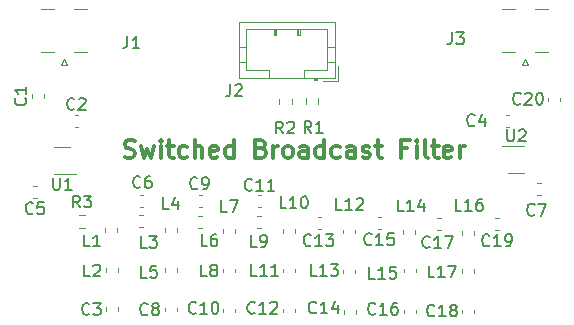
<source format=gbr>
%TF.GenerationSoftware,KiCad,Pcbnew,(6.0.1)*%
%TF.CreationDate,2022-02-11T18:02:55+00:00*%
%TF.ProjectId,Broadcast_Filter,42726f61-6463-4617-9374-5f46696c7465,rev?*%
%TF.SameCoordinates,Original*%
%TF.FileFunction,Legend,Top*%
%TF.FilePolarity,Positive*%
%FSLAX46Y46*%
G04 Gerber Fmt 4.6, Leading zero omitted, Abs format (unit mm)*
G04 Created by KiCad (PCBNEW (6.0.1)) date 2022-02-11 18:02:55*
%MOMM*%
%LPD*%
G01*
G04 APERTURE LIST*
%ADD10C,0.300000*%
%ADD11C,0.150000*%
%ADD12C,0.120000*%
G04 APERTURE END LIST*
D10*
X110621171Y-112748142D02*
X110835457Y-112819571D01*
X111192599Y-112819571D01*
X111335457Y-112748142D01*
X111406885Y-112676714D01*
X111478314Y-112533857D01*
X111478314Y-112391000D01*
X111406885Y-112248142D01*
X111335457Y-112176714D01*
X111192599Y-112105285D01*
X110906885Y-112033857D01*
X110764028Y-111962428D01*
X110692599Y-111891000D01*
X110621171Y-111748142D01*
X110621171Y-111605285D01*
X110692599Y-111462428D01*
X110764028Y-111391000D01*
X110906885Y-111319571D01*
X111264028Y-111319571D01*
X111478314Y-111391000D01*
X111978314Y-111819571D02*
X112264028Y-112819571D01*
X112549742Y-112105285D01*
X112835457Y-112819571D01*
X113121171Y-111819571D01*
X113692599Y-112819571D02*
X113692599Y-111819571D01*
X113692599Y-111319571D02*
X113621171Y-111391000D01*
X113692599Y-111462428D01*
X113764028Y-111391000D01*
X113692599Y-111319571D01*
X113692599Y-111462428D01*
X114192599Y-111819571D02*
X114764028Y-111819571D01*
X114406885Y-111319571D02*
X114406885Y-112605285D01*
X114478314Y-112748142D01*
X114621171Y-112819571D01*
X114764028Y-112819571D01*
X115906885Y-112748142D02*
X115764028Y-112819571D01*
X115478314Y-112819571D01*
X115335457Y-112748142D01*
X115264028Y-112676714D01*
X115192599Y-112533857D01*
X115192599Y-112105285D01*
X115264028Y-111962428D01*
X115335457Y-111891000D01*
X115478314Y-111819571D01*
X115764028Y-111819571D01*
X115906885Y-111891000D01*
X116549742Y-112819571D02*
X116549742Y-111319571D01*
X117192599Y-112819571D02*
X117192599Y-112033857D01*
X117121171Y-111891000D01*
X116978314Y-111819571D01*
X116764028Y-111819571D01*
X116621171Y-111891000D01*
X116549742Y-111962428D01*
X118478314Y-112748142D02*
X118335457Y-112819571D01*
X118049742Y-112819571D01*
X117906885Y-112748142D01*
X117835457Y-112605285D01*
X117835457Y-112033857D01*
X117906885Y-111891000D01*
X118049742Y-111819571D01*
X118335457Y-111819571D01*
X118478314Y-111891000D01*
X118549742Y-112033857D01*
X118549742Y-112176714D01*
X117835457Y-112319571D01*
X119835457Y-112819571D02*
X119835457Y-111319571D01*
X119835457Y-112748142D02*
X119692599Y-112819571D01*
X119406885Y-112819571D01*
X119264028Y-112748142D01*
X119192599Y-112676714D01*
X119121171Y-112533857D01*
X119121171Y-112105285D01*
X119192599Y-111962428D01*
X119264028Y-111891000D01*
X119406885Y-111819571D01*
X119692599Y-111819571D01*
X119835457Y-111891000D01*
X122192599Y-112033857D02*
X122406885Y-112105285D01*
X122478314Y-112176714D01*
X122549742Y-112319571D01*
X122549742Y-112533857D01*
X122478314Y-112676714D01*
X122406885Y-112748142D01*
X122264028Y-112819571D01*
X121692599Y-112819571D01*
X121692599Y-111319571D01*
X122192599Y-111319571D01*
X122335457Y-111391000D01*
X122406885Y-111462428D01*
X122478314Y-111605285D01*
X122478314Y-111748142D01*
X122406885Y-111891000D01*
X122335457Y-111962428D01*
X122192599Y-112033857D01*
X121692599Y-112033857D01*
X123192599Y-112819571D02*
X123192599Y-111819571D01*
X123192599Y-112105285D02*
X123264028Y-111962428D01*
X123335457Y-111891000D01*
X123478314Y-111819571D01*
X123621171Y-111819571D01*
X124335457Y-112819571D02*
X124192600Y-112748142D01*
X124121171Y-112676714D01*
X124049742Y-112533857D01*
X124049742Y-112105285D01*
X124121171Y-111962428D01*
X124192600Y-111891000D01*
X124335457Y-111819571D01*
X124549742Y-111819571D01*
X124692600Y-111891000D01*
X124764028Y-111962428D01*
X124835457Y-112105285D01*
X124835457Y-112533857D01*
X124764028Y-112676714D01*
X124692600Y-112748142D01*
X124549742Y-112819571D01*
X124335457Y-112819571D01*
X126121171Y-112819571D02*
X126121171Y-112033857D01*
X126049742Y-111891000D01*
X125906885Y-111819571D01*
X125621171Y-111819571D01*
X125478314Y-111891000D01*
X126121171Y-112748142D02*
X125978314Y-112819571D01*
X125621171Y-112819571D01*
X125478314Y-112748142D01*
X125406885Y-112605285D01*
X125406885Y-112462428D01*
X125478314Y-112319571D01*
X125621171Y-112248142D01*
X125978314Y-112248142D01*
X126121171Y-112176714D01*
X127478314Y-112819571D02*
X127478314Y-111319571D01*
X127478314Y-112748142D02*
X127335457Y-112819571D01*
X127049742Y-112819571D01*
X126906885Y-112748142D01*
X126835457Y-112676714D01*
X126764028Y-112533857D01*
X126764028Y-112105285D01*
X126835457Y-111962428D01*
X126906885Y-111891000D01*
X127049742Y-111819571D01*
X127335457Y-111819571D01*
X127478314Y-111891000D01*
X128835457Y-112748142D02*
X128692600Y-112819571D01*
X128406885Y-112819571D01*
X128264028Y-112748142D01*
X128192600Y-112676714D01*
X128121171Y-112533857D01*
X128121171Y-112105285D01*
X128192600Y-111962428D01*
X128264028Y-111891000D01*
X128406885Y-111819571D01*
X128692600Y-111819571D01*
X128835457Y-111891000D01*
X130121171Y-112819571D02*
X130121171Y-112033857D01*
X130049742Y-111891000D01*
X129906885Y-111819571D01*
X129621171Y-111819571D01*
X129478314Y-111891000D01*
X130121171Y-112748142D02*
X129978314Y-112819571D01*
X129621171Y-112819571D01*
X129478314Y-112748142D01*
X129406885Y-112605285D01*
X129406885Y-112462428D01*
X129478314Y-112319571D01*
X129621171Y-112248142D01*
X129978314Y-112248142D01*
X130121171Y-112176714D01*
X130764028Y-112748142D02*
X130906885Y-112819571D01*
X131192600Y-112819571D01*
X131335457Y-112748142D01*
X131406885Y-112605285D01*
X131406885Y-112533857D01*
X131335457Y-112391000D01*
X131192600Y-112319571D01*
X130978314Y-112319571D01*
X130835457Y-112248142D01*
X130764028Y-112105285D01*
X130764028Y-112033857D01*
X130835457Y-111891000D01*
X130978314Y-111819571D01*
X131192600Y-111819571D01*
X131335457Y-111891000D01*
X131835457Y-111819571D02*
X132406885Y-111819571D01*
X132049742Y-111319571D02*
X132049742Y-112605285D01*
X132121171Y-112748142D01*
X132264028Y-112819571D01*
X132406885Y-112819571D01*
X134549742Y-112033857D02*
X134049742Y-112033857D01*
X134049742Y-112819571D02*
X134049742Y-111319571D01*
X134764028Y-111319571D01*
X135335457Y-112819571D02*
X135335457Y-111819571D01*
X135335457Y-111319571D02*
X135264028Y-111391000D01*
X135335457Y-111462428D01*
X135406885Y-111391000D01*
X135335457Y-111319571D01*
X135335457Y-111462428D01*
X136264028Y-112819571D02*
X136121171Y-112748142D01*
X136049742Y-112605285D01*
X136049742Y-111319571D01*
X136621171Y-111819571D02*
X137192600Y-111819571D01*
X136835457Y-111319571D02*
X136835457Y-112605285D01*
X136906885Y-112748142D01*
X137049742Y-112819571D01*
X137192600Y-112819571D01*
X138264028Y-112748142D02*
X138121171Y-112819571D01*
X137835457Y-112819571D01*
X137692600Y-112748142D01*
X137621171Y-112605285D01*
X137621171Y-112033857D01*
X137692600Y-111891000D01*
X137835457Y-111819571D01*
X138121171Y-111819571D01*
X138264028Y-111891000D01*
X138335457Y-112033857D01*
X138335457Y-112176714D01*
X137621171Y-112319571D01*
X138978314Y-112819571D02*
X138978314Y-111819571D01*
X138978314Y-112105285D02*
X139049742Y-111962428D01*
X139121171Y-111891000D01*
X139264028Y-111819571D01*
X139406885Y-111819571D01*
D11*
%TO.C,L9*%
X121804133Y-120365780D02*
X121327942Y-120365780D01*
X121327942Y-119365780D01*
X122185085Y-120365780D02*
X122375561Y-120365780D01*
X122470800Y-120318161D01*
X122518419Y-120270542D01*
X122613657Y-120127685D01*
X122661276Y-119937209D01*
X122661276Y-119556257D01*
X122613657Y-119461019D01*
X122566038Y-119413400D01*
X122470800Y-119365780D01*
X122280323Y-119365780D01*
X122185085Y-119413400D01*
X122137466Y-119461019D01*
X122089847Y-119556257D01*
X122089847Y-119794352D01*
X122137466Y-119889590D01*
X122185085Y-119937209D01*
X122280323Y-119984828D01*
X122470800Y-119984828D01*
X122566038Y-119937209D01*
X122613657Y-119889590D01*
X122661276Y-119794352D01*
%TO.C,J2*%
X119554666Y-106614980D02*
X119554666Y-107329266D01*
X119507047Y-107472123D01*
X119411809Y-107567361D01*
X119268952Y-107614980D01*
X119173714Y-107614980D01*
X119983238Y-106710219D02*
X120030857Y-106662600D01*
X120126095Y-106614980D01*
X120364190Y-106614980D01*
X120459428Y-106662600D01*
X120507047Y-106710219D01*
X120554666Y-106805457D01*
X120554666Y-106900695D01*
X120507047Y-107043552D01*
X119935619Y-107614980D01*
X120554666Y-107614980D01*
%TO.C,C8*%
X112558533Y-126061742D02*
X112510914Y-126109361D01*
X112368057Y-126156980D01*
X112272819Y-126156980D01*
X112129961Y-126109361D01*
X112034723Y-126014123D01*
X111987104Y-125918885D01*
X111939485Y-125728409D01*
X111939485Y-125585552D01*
X111987104Y-125395076D01*
X112034723Y-125299838D01*
X112129961Y-125204600D01*
X112272819Y-125156980D01*
X112368057Y-125156980D01*
X112510914Y-125204600D01*
X112558533Y-125252219D01*
X113129961Y-125585552D02*
X113034723Y-125537933D01*
X112987104Y-125490314D01*
X112939485Y-125395076D01*
X112939485Y-125347457D01*
X112987104Y-125252219D01*
X113034723Y-125204600D01*
X113129961Y-125156980D01*
X113320438Y-125156980D01*
X113415676Y-125204600D01*
X113463295Y-125252219D01*
X113510914Y-125347457D01*
X113510914Y-125395076D01*
X113463295Y-125490314D01*
X113415676Y-125537933D01*
X113320438Y-125585552D01*
X113129961Y-125585552D01*
X113034723Y-125633171D01*
X112987104Y-125680790D01*
X112939485Y-125776028D01*
X112939485Y-125966504D01*
X112987104Y-126061742D01*
X113034723Y-126109361D01*
X113129961Y-126156980D01*
X113320438Y-126156980D01*
X113415676Y-126109361D01*
X113463295Y-126061742D01*
X113510914Y-125966504D01*
X113510914Y-125776028D01*
X113463295Y-125680790D01*
X113415676Y-125633171D01*
X113320438Y-125585552D01*
%TO.C,C5*%
X102855733Y-117509542D02*
X102808114Y-117557161D01*
X102665257Y-117604780D01*
X102570019Y-117604780D01*
X102427161Y-117557161D01*
X102331923Y-117461923D01*
X102284304Y-117366685D01*
X102236685Y-117176209D01*
X102236685Y-117033352D01*
X102284304Y-116842876D01*
X102331923Y-116747638D01*
X102427161Y-116652400D01*
X102570019Y-116604780D01*
X102665257Y-116604780D01*
X102808114Y-116652400D01*
X102855733Y-116700019D01*
X103760495Y-116604780D02*
X103284304Y-116604780D01*
X103236685Y-117080971D01*
X103284304Y-117033352D01*
X103379542Y-116985733D01*
X103617638Y-116985733D01*
X103712876Y-117033352D01*
X103760495Y-117080971D01*
X103808114Y-117176209D01*
X103808114Y-117414304D01*
X103760495Y-117509542D01*
X103712876Y-117557161D01*
X103617638Y-117604780D01*
X103379542Y-117604780D01*
X103284304Y-117557161D01*
X103236685Y-117509542D01*
%TO.C,L4*%
X114336533Y-117165380D02*
X113860342Y-117165380D01*
X113860342Y-116165380D01*
X115098438Y-116498714D02*
X115098438Y-117165380D01*
X114860342Y-116117761D02*
X114622247Y-116832047D01*
X115241295Y-116832047D01*
%TO.C,C1*%
X102203542Y-107774066D02*
X102251161Y-107821685D01*
X102298780Y-107964542D01*
X102298780Y-108059780D01*
X102251161Y-108202638D01*
X102155923Y-108297876D01*
X102060685Y-108345495D01*
X101870209Y-108393114D01*
X101727352Y-108393114D01*
X101536876Y-108345495D01*
X101441638Y-108297876D01*
X101346400Y-108202638D01*
X101298780Y-108059780D01*
X101298780Y-107964542D01*
X101346400Y-107821685D01*
X101394019Y-107774066D01*
X102298780Y-106821685D02*
X102298780Y-107393114D01*
X102298780Y-107107400D02*
X101298780Y-107107400D01*
X101441638Y-107202638D01*
X101536876Y-107297876D01*
X101584495Y-107393114D01*
%TO.C,L10*%
X124299742Y-117089180D02*
X123823552Y-117089180D01*
X123823552Y-116089180D01*
X125156885Y-117089180D02*
X124585457Y-117089180D01*
X124871171Y-117089180D02*
X124871171Y-116089180D01*
X124775933Y-116232038D01*
X124680695Y-116327276D01*
X124585457Y-116374895D01*
X125775933Y-116089180D02*
X125871171Y-116089180D01*
X125966409Y-116136800D01*
X126014028Y-116184419D01*
X126061647Y-116279657D01*
X126109266Y-116470133D01*
X126109266Y-116708228D01*
X126061647Y-116898704D01*
X126014028Y-116993942D01*
X125966409Y-117041561D01*
X125871171Y-117089180D01*
X125775933Y-117089180D01*
X125680695Y-117041561D01*
X125633076Y-116993942D01*
X125585457Y-116898704D01*
X125537838Y-116708228D01*
X125537838Y-116470133D01*
X125585457Y-116279657D01*
X125633076Y-116184419D01*
X125680695Y-116136800D01*
X125775933Y-116089180D01*
%TO.C,J3*%
X138324666Y-102222280D02*
X138324666Y-102936566D01*
X138277047Y-103079423D01*
X138181809Y-103174661D01*
X138038952Y-103222280D01*
X137943714Y-103222280D01*
X138705619Y-102222280D02*
X139324666Y-102222280D01*
X138991333Y-102603233D01*
X139134190Y-102603233D01*
X139229428Y-102650852D01*
X139277047Y-102698471D01*
X139324666Y-102793709D01*
X139324666Y-103031804D01*
X139277047Y-103127042D01*
X139229428Y-103174661D01*
X139134190Y-103222280D01*
X138848476Y-103222280D01*
X138753238Y-103174661D01*
X138705619Y-103127042D01*
%TO.C,L15*%
X131818142Y-123058180D02*
X131341952Y-123058180D01*
X131341952Y-122058180D01*
X132675285Y-123058180D02*
X132103857Y-123058180D01*
X132389571Y-123058180D02*
X132389571Y-122058180D01*
X132294333Y-122201038D01*
X132199095Y-122296276D01*
X132103857Y-122343895D01*
X133580047Y-122058180D02*
X133103857Y-122058180D01*
X133056238Y-122534371D01*
X133103857Y-122486752D01*
X133199095Y-122439133D01*
X133437190Y-122439133D01*
X133532428Y-122486752D01*
X133580047Y-122534371D01*
X133627666Y-122629609D01*
X133627666Y-122867704D01*
X133580047Y-122962942D01*
X133532428Y-123010561D01*
X133437190Y-123058180D01*
X133199095Y-123058180D01*
X133103857Y-123010561D01*
X133056238Y-122962942D01*
%TO.C,C10*%
X116654342Y-125934742D02*
X116606723Y-125982361D01*
X116463866Y-126029980D01*
X116368628Y-126029980D01*
X116225771Y-125982361D01*
X116130533Y-125887123D01*
X116082914Y-125791885D01*
X116035295Y-125601409D01*
X116035295Y-125458552D01*
X116082914Y-125268076D01*
X116130533Y-125172838D01*
X116225771Y-125077600D01*
X116368628Y-125029980D01*
X116463866Y-125029980D01*
X116606723Y-125077600D01*
X116654342Y-125125219D01*
X117606723Y-126029980D02*
X117035295Y-126029980D01*
X117321009Y-126029980D02*
X117321009Y-125029980D01*
X117225771Y-125172838D01*
X117130533Y-125268076D01*
X117035295Y-125315695D01*
X118225771Y-125029980D02*
X118321009Y-125029980D01*
X118416247Y-125077600D01*
X118463866Y-125125219D01*
X118511485Y-125220457D01*
X118559104Y-125410933D01*
X118559104Y-125649028D01*
X118511485Y-125839504D01*
X118463866Y-125934742D01*
X118416247Y-125982361D01*
X118321009Y-126029980D01*
X118225771Y-126029980D01*
X118130533Y-125982361D01*
X118082914Y-125934742D01*
X118035295Y-125839504D01*
X117987676Y-125649028D01*
X117987676Y-125410933D01*
X118035295Y-125220457D01*
X118082914Y-125125219D01*
X118130533Y-125077600D01*
X118225771Y-125029980D01*
%TO.C,L1*%
X107681733Y-120340380D02*
X107205542Y-120340380D01*
X107205542Y-119340380D01*
X108538876Y-120340380D02*
X107967447Y-120340380D01*
X108253161Y-120340380D02*
X108253161Y-119340380D01*
X108157923Y-119483238D01*
X108062685Y-119578476D01*
X107967447Y-119626095D01*
%TO.C,L3*%
X112482333Y-120441980D02*
X112006142Y-120441980D01*
X112006142Y-119441980D01*
X112720428Y-119441980D02*
X113339476Y-119441980D01*
X113006142Y-119822933D01*
X113149000Y-119822933D01*
X113244238Y-119870552D01*
X113291857Y-119918171D01*
X113339476Y-120013409D01*
X113339476Y-120251504D01*
X113291857Y-120346742D01*
X113244238Y-120394361D01*
X113149000Y-120441980D01*
X112863285Y-120441980D01*
X112768047Y-120394361D01*
X112720428Y-120346742D01*
%TO.C,C12*%
X121632742Y-125934742D02*
X121585123Y-125982361D01*
X121442266Y-126029980D01*
X121347028Y-126029980D01*
X121204171Y-125982361D01*
X121108933Y-125887123D01*
X121061314Y-125791885D01*
X121013695Y-125601409D01*
X121013695Y-125458552D01*
X121061314Y-125268076D01*
X121108933Y-125172838D01*
X121204171Y-125077600D01*
X121347028Y-125029980D01*
X121442266Y-125029980D01*
X121585123Y-125077600D01*
X121632742Y-125125219D01*
X122585123Y-126029980D02*
X122013695Y-126029980D01*
X122299409Y-126029980D02*
X122299409Y-125029980D01*
X122204171Y-125172838D01*
X122108933Y-125268076D01*
X122013695Y-125315695D01*
X122966076Y-125125219D02*
X123013695Y-125077600D01*
X123108933Y-125029980D01*
X123347028Y-125029980D01*
X123442266Y-125077600D01*
X123489885Y-125125219D01*
X123537504Y-125220457D01*
X123537504Y-125315695D01*
X123489885Y-125458552D01*
X122918457Y-126029980D01*
X123537504Y-126029980D01*
%TO.C,C14*%
X126839742Y-125909342D02*
X126792123Y-125956961D01*
X126649266Y-126004580D01*
X126554028Y-126004580D01*
X126411171Y-125956961D01*
X126315933Y-125861723D01*
X126268314Y-125766485D01*
X126220695Y-125576009D01*
X126220695Y-125433152D01*
X126268314Y-125242676D01*
X126315933Y-125147438D01*
X126411171Y-125052200D01*
X126554028Y-125004580D01*
X126649266Y-125004580D01*
X126792123Y-125052200D01*
X126839742Y-125099819D01*
X127792123Y-126004580D02*
X127220695Y-126004580D01*
X127506409Y-126004580D02*
X127506409Y-125004580D01*
X127411171Y-125147438D01*
X127315933Y-125242676D01*
X127220695Y-125290295D01*
X128649266Y-125337914D02*
X128649266Y-126004580D01*
X128411171Y-124956961D02*
X128173076Y-125671247D01*
X128792123Y-125671247D01*
%TO.C,R1*%
X126426933Y-110713780D02*
X126093600Y-110237590D01*
X125855504Y-110713780D02*
X125855504Y-109713780D01*
X126236457Y-109713780D01*
X126331695Y-109761400D01*
X126379314Y-109809019D01*
X126426933Y-109904257D01*
X126426933Y-110047114D01*
X126379314Y-110142352D01*
X126331695Y-110189971D01*
X126236457Y-110237590D01*
X125855504Y-110237590D01*
X127379314Y-110713780D02*
X126807885Y-110713780D01*
X127093600Y-110713780D02*
X127093600Y-109713780D01*
X126998361Y-109856638D01*
X126903123Y-109951876D01*
X126807885Y-109999495D01*
%TO.C,L17*%
X136847342Y-122956580D02*
X136371152Y-122956580D01*
X136371152Y-121956580D01*
X137704485Y-122956580D02*
X137133057Y-122956580D01*
X137418771Y-122956580D02*
X137418771Y-121956580D01*
X137323533Y-122099438D01*
X137228295Y-122194676D01*
X137133057Y-122242295D01*
X138037819Y-121956580D02*
X138704485Y-121956580D01*
X138275914Y-122956580D01*
%TO.C,R3*%
X106843533Y-117038380D02*
X106510200Y-116562190D01*
X106272104Y-117038380D02*
X106272104Y-116038380D01*
X106653057Y-116038380D01*
X106748295Y-116086000D01*
X106795914Y-116133619D01*
X106843533Y-116228857D01*
X106843533Y-116371714D01*
X106795914Y-116466952D01*
X106748295Y-116514571D01*
X106653057Y-116562190D01*
X106272104Y-116562190D01*
X107176866Y-116038380D02*
X107795914Y-116038380D01*
X107462580Y-116419333D01*
X107605438Y-116419333D01*
X107700676Y-116466952D01*
X107748295Y-116514571D01*
X107795914Y-116609809D01*
X107795914Y-116847904D01*
X107748295Y-116943142D01*
X107700676Y-116990761D01*
X107605438Y-117038380D01*
X107319723Y-117038380D01*
X107224485Y-116990761D01*
X107176866Y-116943142D01*
%TO.C,L11*%
X121810542Y-122829580D02*
X121334352Y-122829580D01*
X121334352Y-121829580D01*
X122667685Y-122829580D02*
X122096257Y-122829580D01*
X122381971Y-122829580D02*
X122381971Y-121829580D01*
X122286733Y-121972438D01*
X122191495Y-122067676D01*
X122096257Y-122115295D01*
X123620066Y-122829580D02*
X123048638Y-122829580D01*
X123334352Y-122829580D02*
X123334352Y-121829580D01*
X123239114Y-121972438D01*
X123143876Y-122067676D01*
X123048638Y-122115295D01*
%TO.C,R2*%
X124013933Y-110764580D02*
X123680600Y-110288390D01*
X123442504Y-110764580D02*
X123442504Y-109764580D01*
X123823457Y-109764580D01*
X123918695Y-109812200D01*
X123966314Y-109859819D01*
X124013933Y-109955057D01*
X124013933Y-110097914D01*
X123966314Y-110193152D01*
X123918695Y-110240771D01*
X123823457Y-110288390D01*
X123442504Y-110288390D01*
X124394885Y-109859819D02*
X124442504Y-109812200D01*
X124537742Y-109764580D01*
X124775838Y-109764580D01*
X124871076Y-109812200D01*
X124918695Y-109859819D01*
X124966314Y-109955057D01*
X124966314Y-110050295D01*
X124918695Y-110193152D01*
X124347266Y-110764580D01*
X124966314Y-110764580D01*
%TO.C,L16*%
X139133342Y-117317780D02*
X138657152Y-117317780D01*
X138657152Y-116317780D01*
X139990485Y-117317780D02*
X139419057Y-117317780D01*
X139704771Y-117317780D02*
X139704771Y-116317780D01*
X139609533Y-116460638D01*
X139514295Y-116555876D01*
X139419057Y-116603495D01*
X140847628Y-116317780D02*
X140657152Y-116317780D01*
X140561914Y-116365400D01*
X140514295Y-116413019D01*
X140419057Y-116555876D01*
X140371438Y-116746352D01*
X140371438Y-117127304D01*
X140419057Y-117222542D01*
X140466676Y-117270161D01*
X140561914Y-117317780D01*
X140752390Y-117317780D01*
X140847628Y-117270161D01*
X140895247Y-117222542D01*
X140942866Y-117127304D01*
X140942866Y-116889209D01*
X140895247Y-116793971D01*
X140847628Y-116746352D01*
X140752390Y-116698733D01*
X140561914Y-116698733D01*
X140466676Y-116746352D01*
X140419057Y-116793971D01*
X140371438Y-116889209D01*
%TO.C,J1*%
X110856266Y-102541380D02*
X110856266Y-103255666D01*
X110808647Y-103398523D01*
X110713409Y-103493761D01*
X110570552Y-103541380D01*
X110475314Y-103541380D01*
X111856266Y-103541380D02*
X111284838Y-103541380D01*
X111570552Y-103541380D02*
X111570552Y-102541380D01*
X111475314Y-102684238D01*
X111380076Y-102779476D01*
X111284838Y-102827095D01*
%TO.C,L5*%
X112482333Y-122981980D02*
X112006142Y-122981980D01*
X112006142Y-121981980D01*
X113291857Y-121981980D02*
X112815666Y-121981980D01*
X112768047Y-122458171D01*
X112815666Y-122410552D01*
X112910904Y-122362933D01*
X113149000Y-122362933D01*
X113244238Y-122410552D01*
X113291857Y-122458171D01*
X113339476Y-122553409D01*
X113339476Y-122791504D01*
X113291857Y-122886742D01*
X113244238Y-122934361D01*
X113149000Y-122981980D01*
X112910904Y-122981980D01*
X112815666Y-122934361D01*
X112768047Y-122886742D01*
%TO.C,C13*%
X126382542Y-120219742D02*
X126334923Y-120267361D01*
X126192066Y-120314980D01*
X126096828Y-120314980D01*
X125953971Y-120267361D01*
X125858733Y-120172123D01*
X125811114Y-120076885D01*
X125763495Y-119886409D01*
X125763495Y-119743552D01*
X125811114Y-119553076D01*
X125858733Y-119457838D01*
X125953971Y-119362600D01*
X126096828Y-119314980D01*
X126192066Y-119314980D01*
X126334923Y-119362600D01*
X126382542Y-119410219D01*
X127334923Y-120314980D02*
X126763495Y-120314980D01*
X127049209Y-120314980D02*
X127049209Y-119314980D01*
X126953971Y-119457838D01*
X126858733Y-119553076D01*
X126763495Y-119600695D01*
X127668257Y-119314980D02*
X128287304Y-119314980D01*
X127953971Y-119695933D01*
X128096828Y-119695933D01*
X128192066Y-119743552D01*
X128239685Y-119791171D01*
X128287304Y-119886409D01*
X128287304Y-120124504D01*
X128239685Y-120219742D01*
X128192066Y-120267361D01*
X128096828Y-120314980D01*
X127811114Y-120314980D01*
X127715876Y-120267361D01*
X127668257Y-120219742D01*
%TO.C,L2*%
X107681733Y-122880380D02*
X107205542Y-122880380D01*
X107205542Y-121880380D01*
X107967447Y-121975619D02*
X108015066Y-121928000D01*
X108110304Y-121880380D01*
X108348400Y-121880380D01*
X108443638Y-121928000D01*
X108491257Y-121975619D01*
X108538876Y-122070857D01*
X108538876Y-122166095D01*
X108491257Y-122308952D01*
X107919828Y-122880380D01*
X108538876Y-122880380D01*
%TO.C,L6*%
X117613133Y-120314980D02*
X117136942Y-120314980D01*
X117136942Y-119314980D01*
X118375038Y-119314980D02*
X118184561Y-119314980D01*
X118089323Y-119362600D01*
X118041704Y-119410219D01*
X117946466Y-119553076D01*
X117898847Y-119743552D01*
X117898847Y-120124504D01*
X117946466Y-120219742D01*
X117994085Y-120267361D01*
X118089323Y-120314980D01*
X118279800Y-120314980D01*
X118375038Y-120267361D01*
X118422657Y-120219742D01*
X118470276Y-120124504D01*
X118470276Y-119886409D01*
X118422657Y-119791171D01*
X118375038Y-119743552D01*
X118279800Y-119695933D01*
X118089323Y-119695933D01*
X117994085Y-119743552D01*
X117946466Y-119791171D01*
X117898847Y-119886409D01*
%TO.C,C3*%
X107630933Y-126036342D02*
X107583314Y-126083961D01*
X107440457Y-126131580D01*
X107345219Y-126131580D01*
X107202361Y-126083961D01*
X107107123Y-125988723D01*
X107059504Y-125893485D01*
X107011885Y-125703009D01*
X107011885Y-125560152D01*
X107059504Y-125369676D01*
X107107123Y-125274438D01*
X107202361Y-125179200D01*
X107345219Y-125131580D01*
X107440457Y-125131580D01*
X107583314Y-125179200D01*
X107630933Y-125226819D01*
X107964266Y-125131580D02*
X108583314Y-125131580D01*
X108249980Y-125512533D01*
X108392838Y-125512533D01*
X108488076Y-125560152D01*
X108535695Y-125607771D01*
X108583314Y-125703009D01*
X108583314Y-125941104D01*
X108535695Y-126036342D01*
X108488076Y-126083961D01*
X108392838Y-126131580D01*
X108107123Y-126131580D01*
X108011885Y-126083961D01*
X107964266Y-126036342D01*
%TO.C,C7*%
X145324533Y-117628942D02*
X145276914Y-117676561D01*
X145134057Y-117724180D01*
X145038819Y-117724180D01*
X144895961Y-117676561D01*
X144800723Y-117581323D01*
X144753104Y-117486085D01*
X144705485Y-117295609D01*
X144705485Y-117152752D01*
X144753104Y-116962276D01*
X144800723Y-116867038D01*
X144895961Y-116771800D01*
X145038819Y-116724180D01*
X145134057Y-116724180D01*
X145276914Y-116771800D01*
X145324533Y-116819419D01*
X145657866Y-116724180D02*
X146324533Y-116724180D01*
X145895961Y-117724180D01*
%TO.C,C6*%
X111948933Y-115292142D02*
X111901314Y-115339761D01*
X111758457Y-115387380D01*
X111663219Y-115387380D01*
X111520361Y-115339761D01*
X111425123Y-115244523D01*
X111377504Y-115149285D01*
X111329885Y-114958809D01*
X111329885Y-114815952D01*
X111377504Y-114625476D01*
X111425123Y-114530238D01*
X111520361Y-114435000D01*
X111663219Y-114387380D01*
X111758457Y-114387380D01*
X111901314Y-114435000D01*
X111948933Y-114482619D01*
X112806076Y-114387380D02*
X112615600Y-114387380D01*
X112520361Y-114435000D01*
X112472742Y-114482619D01*
X112377504Y-114625476D01*
X112329885Y-114815952D01*
X112329885Y-115196904D01*
X112377504Y-115292142D01*
X112425123Y-115339761D01*
X112520361Y-115387380D01*
X112710838Y-115387380D01*
X112806076Y-115339761D01*
X112853695Y-115292142D01*
X112901314Y-115196904D01*
X112901314Y-114958809D01*
X112853695Y-114863571D01*
X112806076Y-114815952D01*
X112710838Y-114768333D01*
X112520361Y-114768333D01*
X112425123Y-114815952D01*
X112377504Y-114863571D01*
X112329885Y-114958809D01*
%TO.C,C16*%
X131843542Y-126010942D02*
X131795923Y-126058561D01*
X131653066Y-126106180D01*
X131557828Y-126106180D01*
X131414971Y-126058561D01*
X131319733Y-125963323D01*
X131272114Y-125868085D01*
X131224495Y-125677609D01*
X131224495Y-125534752D01*
X131272114Y-125344276D01*
X131319733Y-125249038D01*
X131414971Y-125153800D01*
X131557828Y-125106180D01*
X131653066Y-125106180D01*
X131795923Y-125153800D01*
X131843542Y-125201419D01*
X132795923Y-126106180D02*
X132224495Y-126106180D01*
X132510209Y-126106180D02*
X132510209Y-125106180D01*
X132414971Y-125249038D01*
X132319733Y-125344276D01*
X132224495Y-125391895D01*
X133653066Y-125106180D02*
X133462590Y-125106180D01*
X133367352Y-125153800D01*
X133319733Y-125201419D01*
X133224495Y-125344276D01*
X133176876Y-125534752D01*
X133176876Y-125915704D01*
X133224495Y-126010942D01*
X133272114Y-126058561D01*
X133367352Y-126106180D01*
X133557828Y-126106180D01*
X133653066Y-126058561D01*
X133700685Y-126010942D01*
X133748304Y-125915704D01*
X133748304Y-125677609D01*
X133700685Y-125582371D01*
X133653066Y-125534752D01*
X133557828Y-125487133D01*
X133367352Y-125487133D01*
X133272114Y-125534752D01*
X133224495Y-125582371D01*
X133176876Y-125677609D01*
%TO.C,U2*%
X143002095Y-110431580D02*
X143002095Y-111241104D01*
X143049714Y-111336342D01*
X143097333Y-111383961D01*
X143192571Y-111431580D01*
X143383047Y-111431580D01*
X143478285Y-111383961D01*
X143525904Y-111336342D01*
X143573523Y-111241104D01*
X143573523Y-110431580D01*
X144002095Y-110526819D02*
X144049714Y-110479200D01*
X144144952Y-110431580D01*
X144383047Y-110431580D01*
X144478285Y-110479200D01*
X144525904Y-110526819D01*
X144573523Y-110622057D01*
X144573523Y-110717295D01*
X144525904Y-110860152D01*
X143954476Y-111431580D01*
X144573523Y-111431580D01*
%TO.C,C17*%
X136440942Y-120372142D02*
X136393323Y-120419761D01*
X136250466Y-120467380D01*
X136155228Y-120467380D01*
X136012371Y-120419761D01*
X135917133Y-120324523D01*
X135869514Y-120229285D01*
X135821895Y-120038809D01*
X135821895Y-119895952D01*
X135869514Y-119705476D01*
X135917133Y-119610238D01*
X136012371Y-119515000D01*
X136155228Y-119467380D01*
X136250466Y-119467380D01*
X136393323Y-119515000D01*
X136440942Y-119562619D01*
X137393323Y-120467380D02*
X136821895Y-120467380D01*
X137107609Y-120467380D02*
X137107609Y-119467380D01*
X137012371Y-119610238D01*
X136917133Y-119705476D01*
X136821895Y-119753095D01*
X137726657Y-119467380D02*
X138393323Y-119467380D01*
X137964752Y-120467380D01*
%TO.C,L13*%
X126865142Y-122829580D02*
X126388952Y-122829580D01*
X126388952Y-121829580D01*
X127722285Y-122829580D02*
X127150857Y-122829580D01*
X127436571Y-122829580D02*
X127436571Y-121829580D01*
X127341333Y-121972438D01*
X127246095Y-122067676D01*
X127150857Y-122115295D01*
X128055619Y-121829580D02*
X128674666Y-121829580D01*
X128341333Y-122210533D01*
X128484190Y-122210533D01*
X128579428Y-122258152D01*
X128627047Y-122305771D01*
X128674666Y-122401009D01*
X128674666Y-122639104D01*
X128627047Y-122734342D01*
X128579428Y-122781961D01*
X128484190Y-122829580D01*
X128198476Y-122829580D01*
X128103238Y-122781961D01*
X128055619Y-122734342D01*
%TO.C,C20*%
X144137142Y-108230942D02*
X144089523Y-108278561D01*
X143946666Y-108326180D01*
X143851428Y-108326180D01*
X143708571Y-108278561D01*
X143613333Y-108183323D01*
X143565714Y-108088085D01*
X143518095Y-107897609D01*
X143518095Y-107754752D01*
X143565714Y-107564276D01*
X143613333Y-107469038D01*
X143708571Y-107373800D01*
X143851428Y-107326180D01*
X143946666Y-107326180D01*
X144089523Y-107373800D01*
X144137142Y-107421419D01*
X144518095Y-107421419D02*
X144565714Y-107373800D01*
X144660952Y-107326180D01*
X144899047Y-107326180D01*
X144994285Y-107373800D01*
X145041904Y-107421419D01*
X145089523Y-107516657D01*
X145089523Y-107611895D01*
X145041904Y-107754752D01*
X144470476Y-108326180D01*
X145089523Y-108326180D01*
X145708571Y-107326180D02*
X145803809Y-107326180D01*
X145899047Y-107373800D01*
X145946666Y-107421419D01*
X145994285Y-107516657D01*
X146041904Y-107707133D01*
X146041904Y-107945228D01*
X145994285Y-108135704D01*
X145946666Y-108230942D01*
X145899047Y-108278561D01*
X145803809Y-108326180D01*
X145708571Y-108326180D01*
X145613333Y-108278561D01*
X145565714Y-108230942D01*
X145518095Y-108135704D01*
X145470476Y-107945228D01*
X145470476Y-107707133D01*
X145518095Y-107516657D01*
X145565714Y-107421419D01*
X145613333Y-107373800D01*
X145708571Y-107326180D01*
%TO.C,C9*%
X116774933Y-115393742D02*
X116727314Y-115441361D01*
X116584457Y-115488980D01*
X116489219Y-115488980D01*
X116346361Y-115441361D01*
X116251123Y-115346123D01*
X116203504Y-115250885D01*
X116155885Y-115060409D01*
X116155885Y-114917552D01*
X116203504Y-114727076D01*
X116251123Y-114631838D01*
X116346361Y-114536600D01*
X116489219Y-114488980D01*
X116584457Y-114488980D01*
X116727314Y-114536600D01*
X116774933Y-114584219D01*
X117251123Y-115488980D02*
X117441600Y-115488980D01*
X117536838Y-115441361D01*
X117584457Y-115393742D01*
X117679695Y-115250885D01*
X117727314Y-115060409D01*
X117727314Y-114679457D01*
X117679695Y-114584219D01*
X117632076Y-114536600D01*
X117536838Y-114488980D01*
X117346361Y-114488980D01*
X117251123Y-114536600D01*
X117203504Y-114584219D01*
X117155885Y-114679457D01*
X117155885Y-114917552D01*
X117203504Y-115012790D01*
X117251123Y-115060409D01*
X117346361Y-115108028D01*
X117536838Y-115108028D01*
X117632076Y-115060409D01*
X117679695Y-115012790D01*
X117727314Y-114917552D01*
%TO.C,L14*%
X134231142Y-117368580D02*
X133754952Y-117368580D01*
X133754952Y-116368580D01*
X135088285Y-117368580D02*
X134516857Y-117368580D01*
X134802571Y-117368580D02*
X134802571Y-116368580D01*
X134707333Y-116511438D01*
X134612095Y-116606676D01*
X134516857Y-116654295D01*
X135945428Y-116701914D02*
X135945428Y-117368580D01*
X135707333Y-116320961D02*
X135469238Y-117035247D01*
X136088285Y-117035247D01*
%TO.C,C2*%
X106360933Y-108680542D02*
X106313314Y-108728161D01*
X106170457Y-108775780D01*
X106075219Y-108775780D01*
X105932361Y-108728161D01*
X105837123Y-108632923D01*
X105789504Y-108537685D01*
X105741885Y-108347209D01*
X105741885Y-108204352D01*
X105789504Y-108013876D01*
X105837123Y-107918638D01*
X105932361Y-107823400D01*
X106075219Y-107775780D01*
X106170457Y-107775780D01*
X106313314Y-107823400D01*
X106360933Y-107871019D01*
X106741885Y-107871019D02*
X106789504Y-107823400D01*
X106884742Y-107775780D01*
X107122838Y-107775780D01*
X107218076Y-107823400D01*
X107265695Y-107871019D01*
X107313314Y-107966257D01*
X107313314Y-108061495D01*
X107265695Y-108204352D01*
X106694266Y-108775780D01*
X107313314Y-108775780D01*
%TO.C,L12*%
X129024142Y-117241580D02*
X128547952Y-117241580D01*
X128547952Y-116241580D01*
X129881285Y-117241580D02*
X129309857Y-117241580D01*
X129595571Y-117241580D02*
X129595571Y-116241580D01*
X129500333Y-116384438D01*
X129405095Y-116479676D01*
X129309857Y-116527295D01*
X130262238Y-116336819D02*
X130309857Y-116289200D01*
X130405095Y-116241580D01*
X130643190Y-116241580D01*
X130738428Y-116289200D01*
X130786047Y-116336819D01*
X130833666Y-116432057D01*
X130833666Y-116527295D01*
X130786047Y-116670152D01*
X130214619Y-117241580D01*
X130833666Y-117241580D01*
%TO.C,C4*%
X140244533Y-110059742D02*
X140196914Y-110107361D01*
X140054057Y-110154980D01*
X139958819Y-110154980D01*
X139815961Y-110107361D01*
X139720723Y-110012123D01*
X139673104Y-109916885D01*
X139625485Y-109726409D01*
X139625485Y-109583552D01*
X139673104Y-109393076D01*
X139720723Y-109297838D01*
X139815961Y-109202600D01*
X139958819Y-109154980D01*
X140054057Y-109154980D01*
X140196914Y-109202600D01*
X140244533Y-109250219D01*
X141101676Y-109488314D02*
X141101676Y-110154980D01*
X140863580Y-109107361D02*
X140625485Y-109821647D01*
X141244533Y-109821647D01*
%TO.C,U1*%
X104571895Y-114533180D02*
X104571895Y-115342704D01*
X104619514Y-115437942D01*
X104667133Y-115485561D01*
X104762371Y-115533180D01*
X104952847Y-115533180D01*
X105048085Y-115485561D01*
X105095704Y-115437942D01*
X105143323Y-115342704D01*
X105143323Y-114533180D01*
X106143323Y-115533180D02*
X105571895Y-115533180D01*
X105857609Y-115533180D02*
X105857609Y-114533180D01*
X105762371Y-114676038D01*
X105667133Y-114771276D01*
X105571895Y-114818895D01*
%TO.C,C19*%
X141507842Y-120227442D02*
X141460223Y-120275061D01*
X141317366Y-120322680D01*
X141222128Y-120322680D01*
X141079271Y-120275061D01*
X140984033Y-120179823D01*
X140936414Y-120084585D01*
X140888795Y-119894109D01*
X140888795Y-119751252D01*
X140936414Y-119560776D01*
X140984033Y-119465538D01*
X141079271Y-119370300D01*
X141222128Y-119322680D01*
X141317366Y-119322680D01*
X141460223Y-119370300D01*
X141507842Y-119417919D01*
X142460223Y-120322680D02*
X141888795Y-120322680D01*
X142174509Y-120322680D02*
X142174509Y-119322680D01*
X142079271Y-119465538D01*
X141984033Y-119560776D01*
X141888795Y-119608395D01*
X142936414Y-120322680D02*
X143126890Y-120322680D01*
X143222128Y-120275061D01*
X143269747Y-120227442D01*
X143364985Y-120084585D01*
X143412604Y-119894109D01*
X143412604Y-119513157D01*
X143364985Y-119417919D01*
X143317366Y-119370300D01*
X143222128Y-119322680D01*
X143031652Y-119322680D01*
X142936414Y-119370300D01*
X142888795Y-119417919D01*
X142841176Y-119513157D01*
X142841176Y-119751252D01*
X142888795Y-119846490D01*
X142936414Y-119894109D01*
X143031652Y-119941728D01*
X143222128Y-119941728D01*
X143317366Y-119894109D01*
X143364985Y-119846490D01*
X143412604Y-119751252D01*
%TO.C,L8*%
X117587733Y-122880380D02*
X117111542Y-122880380D01*
X117111542Y-121880380D01*
X118063923Y-122308952D02*
X117968685Y-122261333D01*
X117921066Y-122213714D01*
X117873447Y-122118476D01*
X117873447Y-122070857D01*
X117921066Y-121975619D01*
X117968685Y-121928000D01*
X118063923Y-121880380D01*
X118254400Y-121880380D01*
X118349638Y-121928000D01*
X118397257Y-121975619D01*
X118444876Y-122070857D01*
X118444876Y-122118476D01*
X118397257Y-122213714D01*
X118349638Y-122261333D01*
X118254400Y-122308952D01*
X118063923Y-122308952D01*
X117968685Y-122356571D01*
X117921066Y-122404190D01*
X117873447Y-122499428D01*
X117873447Y-122689904D01*
X117921066Y-122785142D01*
X117968685Y-122832761D01*
X118063923Y-122880380D01*
X118254400Y-122880380D01*
X118349638Y-122832761D01*
X118397257Y-122785142D01*
X118444876Y-122689904D01*
X118444876Y-122499428D01*
X118397257Y-122404190D01*
X118349638Y-122356571D01*
X118254400Y-122308952D01*
%TO.C,C15*%
X131525642Y-120125842D02*
X131478023Y-120173461D01*
X131335166Y-120221080D01*
X131239928Y-120221080D01*
X131097071Y-120173461D01*
X131001833Y-120078223D01*
X130954214Y-119982985D01*
X130906595Y-119792509D01*
X130906595Y-119649652D01*
X130954214Y-119459176D01*
X131001833Y-119363938D01*
X131097071Y-119268700D01*
X131239928Y-119221080D01*
X131335166Y-119221080D01*
X131478023Y-119268700D01*
X131525642Y-119316319D01*
X132478023Y-120221080D02*
X131906595Y-120221080D01*
X132192309Y-120221080D02*
X132192309Y-119221080D01*
X132097071Y-119363938D01*
X132001833Y-119459176D01*
X131906595Y-119506795D01*
X133382785Y-119221080D02*
X132906595Y-119221080D01*
X132858976Y-119697271D01*
X132906595Y-119649652D01*
X133001833Y-119602033D01*
X133239928Y-119602033D01*
X133335166Y-119649652D01*
X133382785Y-119697271D01*
X133430404Y-119792509D01*
X133430404Y-120030604D01*
X133382785Y-120125842D01*
X133335166Y-120173461D01*
X133239928Y-120221080D01*
X133001833Y-120221080D01*
X132906595Y-120173461D01*
X132858976Y-120125842D01*
%TO.C,C11*%
X121391042Y-115520742D02*
X121343423Y-115568361D01*
X121200566Y-115615980D01*
X121105328Y-115615980D01*
X120962471Y-115568361D01*
X120867233Y-115473123D01*
X120819614Y-115377885D01*
X120771995Y-115187409D01*
X120771995Y-115044552D01*
X120819614Y-114854076D01*
X120867233Y-114758838D01*
X120962471Y-114663600D01*
X121105328Y-114615980D01*
X121200566Y-114615980D01*
X121343423Y-114663600D01*
X121391042Y-114711219D01*
X122343423Y-115615980D02*
X121771995Y-115615980D01*
X122057709Y-115615980D02*
X122057709Y-114615980D01*
X121962471Y-114758838D01*
X121867233Y-114854076D01*
X121771995Y-114901695D01*
X123295804Y-115615980D02*
X122724376Y-115615980D01*
X123010090Y-115615980D02*
X123010090Y-114615980D01*
X122914852Y-114758838D01*
X122819614Y-114854076D01*
X122724376Y-114901695D01*
%TO.C,L7*%
X119289533Y-117393980D02*
X118813342Y-117393980D01*
X118813342Y-116393980D01*
X119527628Y-116393980D02*
X120194295Y-116393980D01*
X119765723Y-117393980D01*
%TO.C,C18*%
X136847342Y-126163342D02*
X136799723Y-126210961D01*
X136656866Y-126258580D01*
X136561628Y-126258580D01*
X136418771Y-126210961D01*
X136323533Y-126115723D01*
X136275914Y-126020485D01*
X136228295Y-125830009D01*
X136228295Y-125687152D01*
X136275914Y-125496676D01*
X136323533Y-125401438D01*
X136418771Y-125306200D01*
X136561628Y-125258580D01*
X136656866Y-125258580D01*
X136799723Y-125306200D01*
X136847342Y-125353819D01*
X137799723Y-126258580D02*
X137228295Y-126258580D01*
X137514009Y-126258580D02*
X137514009Y-125258580D01*
X137418771Y-125401438D01*
X137323533Y-125496676D01*
X137228295Y-125544295D01*
X138371152Y-125687152D02*
X138275914Y-125639533D01*
X138228295Y-125591914D01*
X138180676Y-125496676D01*
X138180676Y-125449057D01*
X138228295Y-125353819D01*
X138275914Y-125306200D01*
X138371152Y-125258580D01*
X138561628Y-125258580D01*
X138656866Y-125306200D01*
X138704485Y-125353819D01*
X138752104Y-125449057D01*
X138752104Y-125496676D01*
X138704485Y-125591914D01*
X138656866Y-125639533D01*
X138561628Y-125687152D01*
X138371152Y-125687152D01*
X138275914Y-125734771D01*
X138228295Y-125782390D01*
X138180676Y-125877628D01*
X138180676Y-126068104D01*
X138228295Y-126163342D01*
X138275914Y-126210961D01*
X138371152Y-126258580D01*
X138561628Y-126258580D01*
X138656866Y-126210961D01*
X138704485Y-126163342D01*
X138752104Y-126068104D01*
X138752104Y-125877628D01*
X138704485Y-125782390D01*
X138656866Y-125734771D01*
X138561628Y-125687152D01*
D12*
%TO.C,L9*%
X121845721Y-117777900D02*
X122171279Y-117777900D01*
X121845721Y-118797900D02*
X122171279Y-118797900D01*
%TO.C,J2*%
X126633000Y-106042800D02*
X126633000Y-106242800D01*
X125233000Y-102432800D02*
X125233000Y-101932800D01*
X128393000Y-101322800D02*
X120273000Y-101322800D01*
X120273000Y-104732800D02*
X120883000Y-104732800D01*
X123433000Y-101932800D02*
X123433000Y-102432800D01*
X126933000Y-106242800D02*
X126933000Y-106042800D01*
X123233000Y-102432800D02*
X123233000Y-101932800D01*
X123333000Y-101932800D02*
X123333000Y-102432800D01*
X128393000Y-103432800D02*
X127783000Y-103432800D01*
X128393000Y-106042800D02*
X128393000Y-101322800D01*
X123433000Y-102432800D02*
X123233000Y-102432800D01*
X128393000Y-104732800D02*
X127783000Y-104732800D01*
X126633000Y-106142800D02*
X126933000Y-106142800D01*
X120883000Y-105432800D02*
X122833000Y-105432800D01*
X125833000Y-106042800D02*
X125833000Y-105432800D01*
X127783000Y-101932800D02*
X120883000Y-101932800D01*
X128693000Y-106342800D02*
X128693000Y-105092800D01*
X122833000Y-105432800D02*
X122833000Y-106042800D01*
X125433000Y-101932800D02*
X125433000Y-102432800D01*
X120273000Y-101322800D02*
X120273000Y-106042800D01*
X127783000Y-105432800D02*
X127783000Y-101932800D01*
X127443000Y-106342800D02*
X128693000Y-106342800D01*
X120273000Y-106042800D02*
X128393000Y-106042800D01*
X120273000Y-103432800D02*
X120883000Y-103432800D01*
X125333000Y-101932800D02*
X125333000Y-102432800D01*
X125433000Y-102432800D02*
X125233000Y-102432800D01*
X120883000Y-101932800D02*
X120883000Y-105432800D01*
X126633000Y-106242800D02*
X126933000Y-106242800D01*
X125833000Y-105432800D02*
X127783000Y-105432800D01*
%TO.C,C8*%
X115025500Y-125845280D02*
X115025500Y-125564120D01*
X114005500Y-125845280D02*
X114005500Y-125564120D01*
%TO.C,C5*%
X103162980Y-115212400D02*
X102881820Y-115212400D01*
X103162980Y-116232400D02*
X102881820Y-116232400D01*
%TO.C,L4*%
X114005500Y-118810921D02*
X114005500Y-119136479D01*
X115025500Y-118810921D02*
X115025500Y-119136479D01*
%TO.C,C1*%
X102766400Y-107747980D02*
X102766400Y-107466820D01*
X103786400Y-107747980D02*
X103786400Y-107466820D01*
%TO.C,L10*%
X125083900Y-118887121D02*
X125083900Y-119212679D01*
X124063900Y-118887121D02*
X124063900Y-119212679D01*
%TO.C,J3*%
X144750000Y-104960000D02*
X144500000Y-104460000D01*
X143660000Y-103910000D02*
X142550000Y-103910000D01*
X143660000Y-100200000D02*
X142550000Y-100200000D01*
X144500000Y-104460000D02*
X144250000Y-104960000D01*
X146450000Y-103910000D02*
X145340000Y-103910000D01*
X144250000Y-104960000D02*
X144750000Y-104960000D01*
X146450000Y-100200000D02*
X145340000Y-100200000D01*
%TO.C,L15*%
X134274700Y-122214521D02*
X134274700Y-122540079D01*
X135294700Y-122214521D02*
X135294700Y-122540079D01*
%TO.C,C10*%
X120003900Y-125896080D02*
X120003900Y-125614920D01*
X118983900Y-125896080D02*
X118983900Y-125614920D01*
%TO.C,L1*%
X108976300Y-118760121D02*
X108976300Y-119085679D01*
X109996300Y-118760121D02*
X109996300Y-119085679D01*
%TO.C,L3*%
X111863521Y-118721700D02*
X112189079Y-118721700D01*
X111863521Y-117701700D02*
X112189079Y-117701700D01*
%TO.C,C12*%
X125083900Y-125896080D02*
X125083900Y-125614920D01*
X124063900Y-125896080D02*
X124063900Y-125614920D01*
%TO.C,C14*%
X129169300Y-126023080D02*
X129169300Y-125741920D01*
X130189300Y-126023080D02*
X130189300Y-125741920D01*
%TO.C,R1*%
X125944100Y-108238058D02*
X125944100Y-107763542D01*
X126989100Y-108238058D02*
X126989100Y-107763542D01*
%TO.C,L17*%
X140171500Y-122265321D02*
X140171500Y-122590879D01*
X139151500Y-122265321D02*
X139151500Y-122590879D01*
%TO.C,R3*%
X107234358Y-117714600D02*
X106759842Y-117714600D01*
X107234358Y-118759600D02*
X106759842Y-118759600D01*
%TO.C,L11*%
X124038500Y-122214521D02*
X124038500Y-122540079D01*
X125058500Y-122214521D02*
X125058500Y-122540079D01*
%TO.C,R2*%
X124753900Y-108301058D02*
X124753900Y-107826542D01*
X123708900Y-108301058D02*
X123708900Y-107826542D01*
%TO.C,L16*%
X139176900Y-119014121D02*
X139176900Y-119339679D01*
X140196900Y-119014121D02*
X140196900Y-119339679D01*
%TO.C,J1*%
X105500000Y-104460000D02*
X105250000Y-104960000D01*
X104660000Y-103910000D02*
X103550000Y-103910000D01*
X107450000Y-103910000D02*
X106340000Y-103910000D01*
X107450000Y-100200000D02*
X106340000Y-100200000D01*
X105250000Y-104960000D02*
X105750000Y-104960000D01*
X105750000Y-104960000D02*
X105500000Y-104460000D01*
X104660000Y-100200000D02*
X103550000Y-100200000D01*
%TO.C,L5*%
X114005500Y-122189121D02*
X114005500Y-122514679D01*
X115025500Y-122189121D02*
X115025500Y-122514679D01*
%TO.C,C13*%
X127254480Y-118823300D02*
X126973320Y-118823300D01*
X127254480Y-117803300D02*
X126973320Y-117803300D01*
%TO.C,L2*%
X110021700Y-122138421D02*
X110021700Y-122463979D01*
X109001700Y-122138421D02*
X109001700Y-122463979D01*
%TO.C,L6*%
X116841921Y-118747100D02*
X117167479Y-118747100D01*
X116841921Y-117727100D02*
X117167479Y-117727100D01*
%TO.C,C3*%
X110021700Y-125769180D02*
X110021700Y-125488020D01*
X109001700Y-125769180D02*
X109001700Y-125488020D01*
%TO.C,C7*%
X145553820Y-114933000D02*
X145834980Y-114933000D01*
X145553820Y-115953000D02*
X145834980Y-115953000D01*
%TO.C,C6*%
X112166880Y-116969100D02*
X111885720Y-116969100D01*
X112166880Y-115949100D02*
X111885720Y-115949100D01*
%TO.C,C16*%
X134274700Y-125997680D02*
X134274700Y-125716520D01*
X135294700Y-125997680D02*
X135294700Y-125716520D01*
%TO.C,U2*%
X143064000Y-114139200D02*
X144464000Y-114139200D01*
X144464000Y-111819200D02*
X142564000Y-111819200D01*
%TO.C,C17*%
X137363680Y-117904900D02*
X137082520Y-117904900D01*
X137363680Y-118924900D02*
X137082520Y-118924900D01*
%TO.C,L13*%
X129143900Y-122290721D02*
X129143900Y-122616279D01*
X130163900Y-122290721D02*
X130163900Y-122616279D01*
%TO.C,C20*%
X147474400Y-107758620D02*
X147474400Y-108039780D01*
X146454400Y-107758620D02*
X146454400Y-108039780D01*
%TO.C,C9*%
X117170680Y-116994500D02*
X116889520Y-116994500D01*
X117170680Y-115974500D02*
X116889520Y-115974500D01*
%TO.C,L14*%
X135243900Y-118963321D02*
X135243900Y-119288879D01*
X134223900Y-118963321D02*
X134223900Y-119288879D01*
%TO.C,C2*%
X106387020Y-109243400D02*
X106668180Y-109243400D01*
X106387020Y-110263400D02*
X106668180Y-110263400D01*
%TO.C,L12*%
X129143900Y-118912521D02*
X129143900Y-119238079D01*
X130163900Y-118912521D02*
X130163900Y-119238079D01*
%TO.C,C4*%
X143167980Y-110238000D02*
X142886820Y-110238000D01*
X143167980Y-109218000D02*
X142886820Y-109218000D01*
%TO.C,U1*%
X104633800Y-114240800D02*
X106533800Y-114240800D01*
X106033800Y-111920800D02*
X104633800Y-111920800D01*
%TO.C,C19*%
X142291280Y-117930300D02*
X142010120Y-117930300D01*
X142291280Y-118950300D02*
X142010120Y-118950300D01*
%TO.C,L8*%
X118983900Y-122214521D02*
X118983900Y-122540079D01*
X120003900Y-122214521D02*
X120003900Y-122540079D01*
%TO.C,C15*%
X132309080Y-118848700D02*
X132027920Y-118848700D01*
X132309080Y-117828700D02*
X132027920Y-117828700D01*
%TO.C,C11*%
X122174480Y-116994500D02*
X121893320Y-116994500D01*
X122174480Y-115974500D02*
X121893320Y-115974500D01*
%TO.C,L7*%
X120003900Y-118861721D02*
X120003900Y-119187279D01*
X118983900Y-118861721D02*
X118983900Y-119187279D01*
%TO.C,C18*%
X140171500Y-125997680D02*
X140171500Y-125716520D01*
X139151500Y-125997680D02*
X139151500Y-125716520D01*
%TD*%
M02*

</source>
